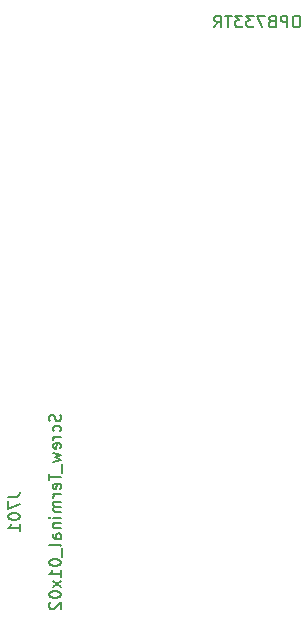
<source format=gbr>
G04 #@! TF.FileFunction,Other,Fab,Bot*
%FSLAX46Y46*%
G04 Gerber Fmt 4.6, Leading zero omitted, Abs format (unit mm)*
G04 Created by KiCad (PCBNEW 4.0.7-e2-6376~58~ubuntu16.04.1) date Mon Apr 30 10:34:26 2018*
%MOMM*%
%LPD*%
G01*
G04 APERTURE LIST*
%ADD10C,0.100000*%
%ADD11C,0.150000*%
G04 APERTURE END LIST*
D10*
D11*
X131905642Y-141621904D02*
X131953261Y-141764761D01*
X131953261Y-142002857D01*
X131905642Y-142098095D01*
X131858023Y-142145714D01*
X131762785Y-142193333D01*
X131667547Y-142193333D01*
X131572309Y-142145714D01*
X131524690Y-142098095D01*
X131477070Y-142002857D01*
X131429451Y-141812380D01*
X131381832Y-141717142D01*
X131334213Y-141669523D01*
X131238975Y-141621904D01*
X131143737Y-141621904D01*
X131048499Y-141669523D01*
X131000880Y-141717142D01*
X130953261Y-141812380D01*
X130953261Y-142050476D01*
X131000880Y-142193333D01*
X131905642Y-143050476D02*
X131953261Y-142955238D01*
X131953261Y-142764761D01*
X131905642Y-142669523D01*
X131858023Y-142621904D01*
X131762785Y-142574285D01*
X131477070Y-142574285D01*
X131381832Y-142621904D01*
X131334213Y-142669523D01*
X131286594Y-142764761D01*
X131286594Y-142955238D01*
X131334213Y-143050476D01*
X131953261Y-143479047D02*
X131286594Y-143479047D01*
X131477070Y-143479047D02*
X131381832Y-143526666D01*
X131334213Y-143574285D01*
X131286594Y-143669523D01*
X131286594Y-143764762D01*
X131905642Y-144479048D02*
X131953261Y-144383810D01*
X131953261Y-144193333D01*
X131905642Y-144098095D01*
X131810404Y-144050476D01*
X131429451Y-144050476D01*
X131334213Y-144098095D01*
X131286594Y-144193333D01*
X131286594Y-144383810D01*
X131334213Y-144479048D01*
X131429451Y-144526667D01*
X131524690Y-144526667D01*
X131619928Y-144050476D01*
X131286594Y-144860000D02*
X131953261Y-145050476D01*
X131477070Y-145240953D01*
X131953261Y-145431429D01*
X131286594Y-145621905D01*
X132048499Y-145764762D02*
X132048499Y-146526667D01*
X130953261Y-146621905D02*
X130953261Y-147193334D01*
X131953261Y-146907619D02*
X130953261Y-146907619D01*
X131905642Y-147907620D02*
X131953261Y-147812382D01*
X131953261Y-147621905D01*
X131905642Y-147526667D01*
X131810404Y-147479048D01*
X131429451Y-147479048D01*
X131334213Y-147526667D01*
X131286594Y-147621905D01*
X131286594Y-147812382D01*
X131334213Y-147907620D01*
X131429451Y-147955239D01*
X131524690Y-147955239D01*
X131619928Y-147479048D01*
X131953261Y-148383810D02*
X131286594Y-148383810D01*
X131477070Y-148383810D02*
X131381832Y-148431429D01*
X131334213Y-148479048D01*
X131286594Y-148574286D01*
X131286594Y-148669525D01*
X131953261Y-149002858D02*
X131286594Y-149002858D01*
X131381832Y-149002858D02*
X131334213Y-149050477D01*
X131286594Y-149145715D01*
X131286594Y-149288573D01*
X131334213Y-149383811D01*
X131429451Y-149431430D01*
X131953261Y-149431430D01*
X131429451Y-149431430D02*
X131334213Y-149479049D01*
X131286594Y-149574287D01*
X131286594Y-149717144D01*
X131334213Y-149812382D01*
X131429451Y-149860001D01*
X131953261Y-149860001D01*
X131953261Y-150336191D02*
X131286594Y-150336191D01*
X130953261Y-150336191D02*
X131000880Y-150288572D01*
X131048499Y-150336191D01*
X131000880Y-150383810D01*
X130953261Y-150336191D01*
X131048499Y-150336191D01*
X131286594Y-150812381D02*
X131953261Y-150812381D01*
X131381832Y-150812381D02*
X131334213Y-150860000D01*
X131286594Y-150955238D01*
X131286594Y-151098096D01*
X131334213Y-151193334D01*
X131429451Y-151240953D01*
X131953261Y-151240953D01*
X131953261Y-152145715D02*
X131429451Y-152145715D01*
X131334213Y-152098096D01*
X131286594Y-152002858D01*
X131286594Y-151812381D01*
X131334213Y-151717143D01*
X131905642Y-152145715D02*
X131953261Y-152050477D01*
X131953261Y-151812381D01*
X131905642Y-151717143D01*
X131810404Y-151669524D01*
X131715166Y-151669524D01*
X131619928Y-151717143D01*
X131572309Y-151812381D01*
X131572309Y-152050477D01*
X131524690Y-152145715D01*
X131953261Y-152764762D02*
X131905642Y-152669524D01*
X131810404Y-152621905D01*
X130953261Y-152621905D01*
X132048499Y-152907620D02*
X132048499Y-153669525D01*
X130953261Y-154098096D02*
X130953261Y-154193335D01*
X131000880Y-154288573D01*
X131048499Y-154336192D01*
X131143737Y-154383811D01*
X131334213Y-154431430D01*
X131572309Y-154431430D01*
X131762785Y-154383811D01*
X131858023Y-154336192D01*
X131905642Y-154288573D01*
X131953261Y-154193335D01*
X131953261Y-154098096D01*
X131905642Y-154002858D01*
X131858023Y-153955239D01*
X131762785Y-153907620D01*
X131572309Y-153860001D01*
X131334213Y-153860001D01*
X131143737Y-153907620D01*
X131048499Y-153955239D01*
X131000880Y-154002858D01*
X130953261Y-154098096D01*
X131953261Y-155383811D02*
X131953261Y-154812382D01*
X131953261Y-155098096D02*
X130953261Y-155098096D01*
X131096118Y-155002858D01*
X131191356Y-154907620D01*
X131238975Y-154812382D01*
X131953261Y-155717144D02*
X131286594Y-156240954D01*
X131286594Y-155717144D02*
X131953261Y-156240954D01*
X130953261Y-156812382D02*
X130953261Y-156907621D01*
X131000880Y-157002859D01*
X131048499Y-157050478D01*
X131143737Y-157098097D01*
X131334213Y-157145716D01*
X131572309Y-157145716D01*
X131762785Y-157098097D01*
X131858023Y-157050478D01*
X131905642Y-157002859D01*
X131953261Y-156907621D01*
X131953261Y-156812382D01*
X131905642Y-156717144D01*
X131858023Y-156669525D01*
X131762785Y-156621906D01*
X131572309Y-156574287D01*
X131334213Y-156574287D01*
X131143737Y-156621906D01*
X131048499Y-156669525D01*
X131000880Y-156717144D01*
X130953261Y-156812382D01*
X131048499Y-157526668D02*
X131000880Y-157574287D01*
X130953261Y-157669525D01*
X130953261Y-157907621D01*
X131000880Y-158002859D01*
X131048499Y-158050478D01*
X131143737Y-158098097D01*
X131238975Y-158098097D01*
X131381832Y-158050478D01*
X131953261Y-157479049D01*
X131953261Y-158098097D01*
X127497381Y-148574286D02*
X128211667Y-148574286D01*
X128354524Y-148526666D01*
X128449762Y-148431428D01*
X128497381Y-148288571D01*
X128497381Y-148193333D01*
X127497381Y-148955238D02*
X127497381Y-149621905D01*
X128497381Y-149193333D01*
X127497381Y-150193333D02*
X127497381Y-150288572D01*
X127545000Y-150383810D01*
X127592619Y-150431429D01*
X127687857Y-150479048D01*
X127878333Y-150526667D01*
X128116429Y-150526667D01*
X128306905Y-150479048D01*
X128402143Y-150431429D01*
X128449762Y-150383810D01*
X128497381Y-150288572D01*
X128497381Y-150193333D01*
X128449762Y-150098095D01*
X128402143Y-150050476D01*
X128306905Y-150002857D01*
X128116429Y-149955238D01*
X127878333Y-149955238D01*
X127687857Y-150002857D01*
X127592619Y-150050476D01*
X127545000Y-150098095D01*
X127497381Y-150193333D01*
X128497381Y-151479048D02*
X128497381Y-150907619D01*
X128497381Y-151193333D02*
X127497381Y-151193333D01*
X127640238Y-151098095D01*
X127735476Y-151002857D01*
X127783095Y-150907619D01*
X151994762Y-107842381D02*
X151804285Y-107842381D01*
X151709047Y-107890000D01*
X151613809Y-107985238D01*
X151566190Y-108175714D01*
X151566190Y-108509048D01*
X151613809Y-108699524D01*
X151709047Y-108794762D01*
X151804285Y-108842381D01*
X151994762Y-108842381D01*
X152090000Y-108794762D01*
X152185238Y-108699524D01*
X152232857Y-108509048D01*
X152232857Y-108175714D01*
X152185238Y-107985238D01*
X152090000Y-107890000D01*
X151994762Y-107842381D01*
X151137619Y-108842381D02*
X151137619Y-107842381D01*
X150756666Y-107842381D01*
X150661428Y-107890000D01*
X150613809Y-107937619D01*
X150566190Y-108032857D01*
X150566190Y-108175714D01*
X150613809Y-108270952D01*
X150661428Y-108318571D01*
X150756666Y-108366190D01*
X151137619Y-108366190D01*
X149804285Y-108318571D02*
X149661428Y-108366190D01*
X149613809Y-108413810D01*
X149566190Y-108509048D01*
X149566190Y-108651905D01*
X149613809Y-108747143D01*
X149661428Y-108794762D01*
X149756666Y-108842381D01*
X150137619Y-108842381D01*
X150137619Y-107842381D01*
X149804285Y-107842381D01*
X149709047Y-107890000D01*
X149661428Y-107937619D01*
X149613809Y-108032857D01*
X149613809Y-108128095D01*
X149661428Y-108223333D01*
X149709047Y-108270952D01*
X149804285Y-108318571D01*
X150137619Y-108318571D01*
X149232857Y-107842381D02*
X148566190Y-107842381D01*
X148994762Y-108842381D01*
X148280476Y-107842381D02*
X147661428Y-107842381D01*
X147994762Y-108223333D01*
X147851904Y-108223333D01*
X147756666Y-108270952D01*
X147709047Y-108318571D01*
X147661428Y-108413810D01*
X147661428Y-108651905D01*
X147709047Y-108747143D01*
X147756666Y-108794762D01*
X147851904Y-108842381D01*
X148137619Y-108842381D01*
X148232857Y-108794762D01*
X148280476Y-108747143D01*
X147328095Y-107842381D02*
X146709047Y-107842381D01*
X147042381Y-108223333D01*
X146899523Y-108223333D01*
X146804285Y-108270952D01*
X146756666Y-108318571D01*
X146709047Y-108413810D01*
X146709047Y-108651905D01*
X146756666Y-108747143D01*
X146804285Y-108794762D01*
X146899523Y-108842381D01*
X147185238Y-108842381D01*
X147280476Y-108794762D01*
X147328095Y-108747143D01*
X146423333Y-107842381D02*
X145851904Y-107842381D01*
X146137619Y-108842381D02*
X146137619Y-107842381D01*
X144947142Y-108842381D02*
X145280476Y-108366190D01*
X145518571Y-108842381D02*
X145518571Y-107842381D01*
X145137618Y-107842381D01*
X145042380Y-107890000D01*
X144994761Y-107937619D01*
X144947142Y-108032857D01*
X144947142Y-108175714D01*
X144994761Y-108270952D01*
X145042380Y-108318571D01*
X145137618Y-108366190D01*
X145518571Y-108366190D01*
M02*

</source>
